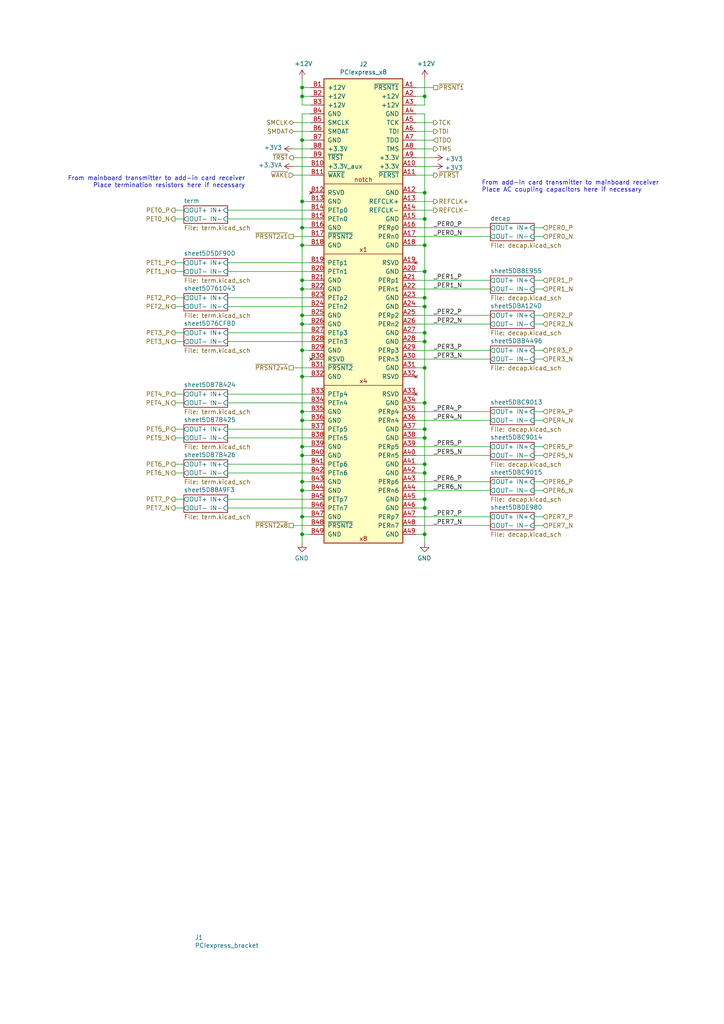
<source format=kicad_sch>
(kicad_sch (version 20250114) (generator "eeschema") (generator_version "9.0")
  (paper "A4" portrait)
  (title_block (title "PCIexpress_x8_half") (company "Author: Luca Anastasio"))
  (lib_symbols
    (symbol "PCIexpress:PCIexpress_bracket" (pin_names (offset 1.016))
      (property "Reference" "J" (at 0 0 0))
      (property "Value" "PCIexpress_bracket" (at 0 0 0))
    )
    (symbol "PCIexpress:PCIexpress_x8" (pin_names (offset 1.016))
      (property "Reference" "J" (at 0 3.81 0))
      (property "Value" "PCIexpress_x8" (at 0 1.27 0))
      (symbol "PCIexpress_x8_0_0"
        (polyline (pts (xy 11.43 -88.9) (xy -11.43 -88.9)))
        (text "x4" (at 0 -87.63 0) (effects (font (size 1.27 1.27))))
        (text "x8" (at 0 -133.35 0) (effects (font (size 1.27 1.27))))
      )
      (symbol "PCIexpress_x8_1_1"
        (rectangle (start 11.43 0) (end -11.43 -134.62) (stroke (width 0.254)) (fill (type background)))
        (polyline (pts (xy 11.43 -30.48) (xy -11.43 -30.48)))
        (polyline (pts (xy 11.43 -50.8) (xy -11.43 -50.8)))
        (text "notch" (at 0 -29.21 0) (effects (font (size 1.27 1.27))))
        (text "x1" (at 0 -49.53 0) (effects (font (size 1.27 1.27))))
        (pin power_out line (at -15.24 -2.54 0) (length 3.81) (name "+12V") (number "B1"))
        (pin power_out line (at -15.24 -5.08 0) (length 3.81) (name "+12V") (number "B2"))
        (pin power_out line (at -15.24 -7.62 0) (length 3.81) (name "+12V") (number "B3"))
        (pin power_out line (at -15.24 -10.16 0) (length 3.81) (name "GND") (number "B4"))
        (pin open_collector line (at -15.24 -12.7 0) (length 3.81) (name "SMCLK") (number "B5"))
        (pin open_collector line (at -15.24 -15.24 0) (length 3.81) (name "SMDAT") (number "B6"))
        (pin power_out line (at -15.24 -17.78 0) (length 3.81) (name "GND") (number "B7"))
        (pin power_out line (at -15.24 -20.32 0) (length 3.81) (name "+3.3V") (number "B8"))
        (pin output line (at -15.24 -22.86 0) (length 3.81) (name "~{TRST}") (number "B9"))
        (pin power_out line (at -15.24 -25.4 0) (length 3.81) (name "+3.3V_aux") (number "B10"))
        (pin open_collector line (at -15.24 -27.94 0) (length 3.81) (name "~{WAKE}") (number "B11"))
        (pin no_connect line (at -15.24 -33.02 0) (length 3.81) (name "RSVD") (number "B12"))
        (pin power_out line (at -15.24 -35.56 0) (length 3.81) (name "GND") (number "B13"))
        (pin output line (at -15.24 -38.1 0) (length 3.81) (name "PETp0") (number "B14"))
        (pin output line (at -15.24 -40.64 0) (length 3.81) (name "PETn0") (number "B15"))
        (pin power_out line (at -15.24 -43.18 0) (length 3.81) (name "GND") (number "B16"))
        (pin passive line (at -15.24 -45.72 0) (length 3.81) (name "~{PRSNT2}") (number "B17"))
        (pin power_out line (at -15.24 -48.26 0) (length 3.81) (name "GND") (number "B18"))
        (pin output line (at -15.24 -53.34 0) (length 3.81) (name "PETp1") (number "B19"))
        (pin output line (at -15.24 -55.88 0) (length 3.81) (name "PETn1") (number "B20"))
        (pin power_out line (at -15.24 -58.42 0) (length 3.81) (name "GND") (number "B21"))
        (pin power_out line (at -15.24 -60.96 0) (length 3.81) (name "GND") (number "B22"))
        (pin output line (at -15.24 -63.5 0) (length 3.81) (name "PETp2") (number "B23"))
        (pin output line (at -15.24 -66.04 0) (length 3.81) (name "PETn2") (number "B24"))
        (pin power_out line (at -15.24 -68.58 0) (length 3.81) (name "GND") (number "B25"))
        (pin power_out line (at -15.24 -71.12 0) (length 3.81) (name "GND") (number "B26"))
        (pin output line (at -15.24 -73.66 0) (length 3.81) (name "PETp3") (number "B27"))
        (pin output line (at -15.24 -76.2 0) (length 3.81) (name "PETn3") (number "B28"))
        (pin power_out line (at -15.24 -78.74 0) (length 3.81) (name "GND") (number "B29"))
        (pin no_connect line (at -15.24 -81.28 0) (length 3.81) (name "RSVD") (number "B30"))
        (pin passive line (at -15.24 -83.82 0) (length 3.81) (name "~{PRSNT2}") (number "B31"))
        (pin power_out line (at -15.24 -86.36 0) (length 3.81) (name "GND") (number "B32"))
        (pin output line (at -15.24 -91.44 0) (length 3.81) (name "PETp4") (number "B33"))
        (pin output line (at -15.24 -93.98 0) (length 3.81) (name "PETn4") (number "B34"))
        (pin power_out line (at -15.24 -96.52 0) (length 3.81) (name "GND") (number "B35"))
        (pin power_out line (at -15.24 -99.06 0) (length 3.81) (name "GND") (number "B36"))
        (pin output line (at -15.24 -101.6 0) (length 3.81) (name "PETp5") (number "B37"))
        (pin output line (at -15.24 -104.14 0) (length 3.81) (name "PETn5") (number "B38"))
        (pin power_out line (at -15.24 -106.68 0) (length 3.81) (name "GND") (number "B39"))
        (pin power_out line (at -15.24 -109.22 0) (length 3.81) (name "GND") (number "B40"))
        (pin output line (at -15.24 -111.76 0) (length 3.81) (name "PETp6") (number "B41"))
        (pin output line (at -15.24 -114.3 0) (length 3.81) (name "PETn6") (number "B42"))
        (pin power_out line (at -15.24 -116.84 0) (length 3.81) (name "GND") (number "B43"))
        (pin power_out line (at -15.24 -119.38 0) (length 3.81) (name "GND") (number "B44"))
        (pin output line (at -15.24 -121.92 0) (length 3.81) (name "PETp7") (number "B45"))
        (pin output line (at -15.24 -124.46 0) (length 3.81) (name "PETn7") (number "B46"))
        (pin power_out line (at -15.24 -127 0) (length 3.81) (name "GND") (number "B47"))
        (pin passive line (at -15.24 -129.54 0) (length 3.81) (name "~{PRSNT2}") (number "B48"))
        (pin power_out line (at -15.24 -132.08 0) (length 3.81) (name "GND") (number "B49"))
        (pin passive line (at 15.24 -2.54 180) (length 3.81) (name "~{PRSNT1}") (number "A1"))
        (pin power_out line (at 15.24 -5.08 180) (length 3.81) (name "+12V") (number "A2"))
        (pin power_out line (at 15.24 -7.62 180) (length 3.81) (name "+12V") (number "A3"))
        (pin power_out line (at 15.24 -10.16 180) (length 3.81) (name "GND") (number "A4"))
        (pin output line (at 15.24 -12.7 180) (length 3.81) (name "TCK") (number "A5"))
        (pin output line (at 15.24 -15.24 180) (length 3.81) (name "TDI") (number "A6"))
        (pin input line (at 15.24 -17.78 180) (length 3.81) (name "TDO") (number "A7"))
        (pin output line (at 15.24 -20.32 180) (length 3.81) (name "TMS") (number "A8"))
        (pin power_out line (at 15.24 -22.86 180) (length 3.81) (name "+3.3V") (number "A9"))
        (pin power_out line (at 15.24 -25.4 180) (length 3.81) (name "+3.3V") (number "A10"))
        (pin output line (at 15.24 -27.94 180) (length 3.81) (name "~{PERST}") (number "A11"))
        (pin power_out line (at 15.24 -33.02 180) (length 3.81) (name "GND") (number "A12"))
        (pin output line (at 15.24 -35.56 180) (length 3.81) (name "REFCLK+") (number "A13"))
        (pin output line (at 15.24 -38.1 180) (length 3.81) (name "REFCLK-") (number "A14"))
        (pin power_out line (at 15.24 -40.64 180) (length 3.81) (name "GND") (number "A15"))
        (pin input line (at 15.24 -43.18 180) (length 3.81) (name "PERp0") (number "A16"))
        (pin input line (at 15.24 -45.72 180) (length 3.81) (name "PERn0") (number "A17"))
        (pin power_out line (at 15.24 -48.26 180) (length 3.81) (name "GND") (number "A18"))
        (pin no_connect line (at 15.24 -53.34 180) (length 3.81) (name "RSVD") (number "A19"))
        (pin power_out line (at 15.24 -55.88 180) (length 3.81) (name "GND") (number "A20"))
        (pin input line (at 15.24 -58.42 180) (length 3.81) (name "PERp1") (number "A21"))
        (pin input line (at 15.24 -60.96 180) (length 3.81) (name "PERn1") (number "A22"))
        (pin power_out line (at 15.24 -63.5 180) (length 3.81) (name "GND") (number "A23"))
        (pin power_out line (at 15.24 -66.04 180) (length 3.81) (name "GND") (number "A24"))
        (pin input line (at 15.24 -68.58 180) (length 3.81) (name "PERp2") (number "A25"))
        (pin input line (at 15.24 -71.12 180) (length 3.81) (name "PERn2") (number "A26"))
        (pin power_out line (at 15.24 -73.66 180) (length 3.81) (name "GND") (number "A27"))
        (pin power_out line (at 15.24 -76.2 180) (length 3.81) (name "GND") (number "A28"))
        (pin input line (at 15.24 -78.74 180) (length 3.81) (name "PERp3") (number "A29"))
        (pin input line (at 15.24 -81.28 180) (length 3.81) (name "PERn3") (number "A30"))
        (pin power_out line (at 15.24 -83.82 180) (length 3.81) (name "GND") (number "A31"))
        (pin no_connect line (at 15.24 -86.36 180) (length 3.81) (name "RSVD") (number "A32"))
        (pin no_connect line (at 15.24 -91.44 180) (length 3.81) (name "RSVD") (number "A33"))
        (pin power_out line (at 15.24 -93.98 180) (length 3.81) (name "GND") (number "A34"))
        (pin input line (at 15.24 -96.52 180) (length 3.81) (name "PERp4") (number "A35"))
        (pin input line (at 15.24 -99.06 180) (length 3.81) (name "PERn4") (number "A36"))
        (pin power_out line (at 15.24 -101.6 180) (length 3.81) (name "GND") (number "A37"))
        (pin power_out line (at 15.24 -104.14 180) (length 3.81) (name "GND") (number "A38"))
        (pin input line (at 15.24 -106.68 180) (length 3.81) (name "PERp5") (number "A39"))
        (pin input line (at 15.24 -109.22 180) (length 3.81) (name "PERn5") (number "A40"))
        (pin power_out line (at 15.24 -111.76 180) (length 3.81) (name "GND") (number "A41"))
        (pin power_out line (at 15.24 -114.3 180) (length 3.81) (name "GND") (number "A42"))
        (pin input line (at 15.24 -116.84 180) (length 3.81) (name "PERp6") (number "A43"))
        (pin input line (at 15.24 -119.38 180) (length 3.81) (name "PERn6") (number "A44"))
        (pin power_out line (at 15.24 -121.92 180) (length 3.81) (name "GND") (number "A45"))
        (pin power_out line (at 15.24 -124.46 180) (length 3.81) (name "GND") (number "A46"))
        (pin input line (at 15.24 -127 180) (length 3.81) (name "PERp7") (number "A47"))
        (pin input line (at 15.24 -129.54 180) (length 3.81) (name "PERn7") (number "A48"))
        (pin power_out line (at 15.24 -132.08 180) (length 3.81) (name "GND") (number "A49"))
      )
    )
    (symbol "PCIexpress_x8_half-rescue:+3.3V-power" (power) (pin_names (offset 0))
      (property "Value" "+3.3V-power" (at 0 3.556 0))
      (symbol "+3.3V-power_0_1"
        (polyline (pts (xy -0.762 1.27) (xy 0 2.54)))
        (polyline (pts (xy 0 2.54) (xy 0.762 1.27)))
        (polyline (pts (xy 0 0) (xy 0 2.54)))
      )
      (symbol "+3.3V-power_1_1"
        (pin power_in line (at 0 0 90) (length 0) (hide yes) (name "+3V3") (number "1"))
      )
    )
    (symbol "power:+12V" (power) (pin_names (offset 0))
      (property "Value" "+12V" (at 0 3.556 0))
      (symbol "+12V_0_1"
        (polyline (pts (xy -0.762 1.27) (xy 0 2.54)))
        (polyline (pts (xy 0 2.54) (xy 0.762 1.27)))
        (polyline (pts (xy 0 0) (xy 0 2.54)))
      )
      (symbol "+12V_1_1"
        (pin power_in line (at 0 0 90) (length 0) (hide yes) (name "+12V") (number "1"))
      )
    )
    (symbol "power:+3.3VA" (power) (pin_names (offset 0))
      (property "Value" "+3.3VA" (at 0 3.556 0))
      (symbol "+3.3VA_0_1"
        (polyline (pts (xy -0.762 1.27) (xy 0 2.54)))
        (polyline (pts (xy 0 2.54) (xy 0.762 1.27)))
        (polyline (pts (xy 0 0) (xy 0 2.54)))
      )
      (symbol "+3.3VA_1_1"
        (pin power_in line (at 0 0 90) (length 0) (hide yes) (name "+3.3VA") (number "1"))
      )
    )
    (symbol "power:GND" (power) (pin_names (offset 0))
      (property "Value" "GND" (at 0 -3.81 0))
      (symbol "GND_0_1"
        (polyline (pts (xy 0 0) (xy 0 -1.27) (xy 1.27 -1.27) (xy 0 -2.54) (xy -1.27 -1.27) (xy 0 -1.27)))
      )
      (symbol "GND_1_1"
        (pin power_in line (at 0 0 270) (length 0) (hide yes) (name "GND") (number "1"))
      )
    )
  )
  (text "From add-in card transmitter to mainboard receiver\nPlace AC coupling capacitors here if necessary" (at 139.7 55.88 0) (effects (font (size 1.27 1.27)) (justify left bottom)))
  (text "From mainboard transmitter to add-in card receiver\nPlace termination resistors here if necessary" (at 71.12 54.61 0) (effects (font (size 1.27 1.27)) (justify right bottom)))
  (junction (at 123.19 116.84))
  (junction (at 87.63 154.94))
  (junction (at 87.63 132.08))
  (junction (at 123.19 124.46))
  (junction (at 87.63 58.42))
  (junction (at 123.19 78.74))
  (junction (at 123.19 55.88))
  (junction (at 123.19 154.94))
  (junction (at 87.63 71.12))
  (junction (at 123.19 27.94))
  (junction (at 87.63 139.7))
  (junction (at 87.63 91.44))
  (junction (at 87.63 66.04))
  (junction (at 123.19 99.06))
  (junction (at 87.63 142.24))
  (junction (at 87.63 149.86))
  (junction (at 123.19 96.52))
  (junction (at 87.63 40.64))
  (junction (at 123.19 144.78))
  (junction (at 123.19 86.36))
  (junction (at 123.19 127))
  (junction (at 87.63 119.38))
  (junction (at 87.63 129.54))
  (junction (at 87.63 81.28))
  (junction (at 123.19 137.16))
  (junction (at 87.63 83.82))
  (junction (at 87.63 121.92))
  (junction (at 87.63 101.6))
  (junction (at 87.63 109.22))
  (junction (at 123.19 88.9))
  (junction (at 123.19 147.32))
  (junction (at 87.63 25.4))
  (junction (at 123.19 63.5))
  (junction (at 123.19 134.62))
  (junction (at 123.19 71.12))
  (junction (at 87.63 93.98))
  (junction (at 87.63 27.94))
  (junction (at 123.19 106.68))
  (wire (pts (xy 120.65 50.8) (xy 125.73 50.8)))
  (wire (pts (xy 120.65 149.86) (xy 142.24 149.86)))
  (wire (pts (xy 123.19 30.48) (xy 123.19 27.94)))
  (wire (pts (xy 87.63 132.08) (xy 87.63 129.54)))
  (wire (pts (xy 90.17 25.4) (xy 87.63 25.4)))
  (wire (pts (xy 87.63 27.94) (xy 87.63 25.4)))
  (wire (pts (xy 87.63 157.48) (xy 87.63 154.94)))
  (wire (pts (xy 120.65 63.5) (xy 123.19 63.5)))
  (wire (pts (xy 120.65 96.52) (xy 123.19 96.52)))
  (wire (pts (xy 123.19 33.02) (xy 120.65 33.02)))
  (wire (pts (xy 90.17 58.42) (xy 87.63 58.42)))
  (wire (pts (xy 123.19 144.78) (xy 123.19 147.32)))
  (wire (pts (xy 154.94 119.38) (xy 157.48 119.38)))
  (wire (pts (xy 90.17 30.48) (xy 87.63 30.48)))
  (wire (pts (xy 85.09 38.1) (xy 90.17 38.1)))
  (wire (pts (xy 123.19 63.5) (xy 123.19 71.12)))
  (wire (pts (xy 50.8 134.62) (xy 53.34 134.62)))
  (wire (pts (xy 90.17 121.92) (xy 87.63 121.92)))
  (wire (pts (xy 66.04 116.84) (xy 90.17 116.84)))
  (wire (pts (xy 120.65 35.56) (xy 125.73 35.56)))
  (wire (pts (xy 85.09 45.72) (xy 90.17 45.72)))
  (wire (pts (xy 50.8 60.96) (xy 53.34 60.96)))
  (wire (pts (xy 50.8 78.74) (xy 53.34 78.74)))
  (wire (pts (xy 120.65 116.84) (xy 123.19 116.84)))
  (wire (pts (xy 154.94 93.98) (xy 157.48 93.98)))
  (wire (pts (xy 66.04 137.16) (xy 90.17 137.16)))
  (wire (pts (xy 87.63 25.4) (xy 87.63 22.86)))
  (wire (pts (xy 123.19 127) (xy 123.19 134.62)))
  (wire (pts (xy 154.94 132.08) (xy 157.48 132.08)))
  (wire (pts (xy 154.94 91.44) (xy 157.48 91.44)))
  (wire (pts (xy 87.63 121.92) (xy 87.63 119.38)))
  (wire (pts (xy 120.65 25.4) (xy 125.73 25.4)))
  (wire (pts (xy 154.94 104.14) (xy 157.48 104.14)))
  (wire (pts (xy 154.94 149.86) (xy 157.48 149.86)))
  (wire (pts (xy 120.65 104.14) (xy 142.24 104.14)))
  (wire (pts (xy 85.09 152.4) (xy 90.17 152.4)))
  (wire (pts (xy 90.17 66.04) (xy 87.63 66.04)))
  (wire (pts (xy 66.04 86.36) (xy 90.17 86.36)))
  (wire (pts (xy 120.65 144.78) (xy 123.19 144.78)))
  (wire (pts (xy 120.65 137.16) (xy 123.19 137.16)))
  (wire (pts (xy 66.04 114.3) (xy 90.17 114.3)))
  (wire (pts (xy 87.63 139.7) (xy 87.63 132.08)))
  (wire (pts (xy 66.04 99.06) (xy 90.17 99.06)))
  (wire (pts (xy 154.94 66.04) (xy 157.48 66.04)))
  (wire (pts (xy 120.65 71.12) (xy 123.19 71.12)))
  (wire (pts (xy 66.04 96.52) (xy 90.17 96.52)))
  (wire (pts (xy 120.65 88.9) (xy 123.19 88.9)))
  (wire (pts (xy 87.63 66.04) (xy 87.63 58.42)))
  (wire (pts (xy 87.63 58.42) (xy 87.63 40.64)))
  (wire (pts (xy 50.8 99.06) (xy 53.34 99.06)))
  (wire (pts (xy 90.17 132.08) (xy 87.63 132.08)))
  (wire (pts (xy 50.8 127) (xy 53.34 127)))
  (wire (pts (xy 85.09 43.18) (xy 90.17 43.18)))
  (wire (pts (xy 123.19 147.32) (xy 123.19 154.94)))
  (wire (pts (xy 50.8 88.9) (xy 53.34 88.9)))
  (wire (pts (xy 123.19 86.36) (xy 123.19 88.9)))
  (wire (pts (xy 120.65 127) (xy 123.19 127)))
  (wire (pts (xy 120.65 152.4) (xy 142.24 152.4)))
  (wire (pts (xy 123.19 27.94) (xy 120.65 27.94)))
  (wire (pts (xy 120.65 45.72) (xy 125.73 45.72)))
  (wire (pts (xy 87.63 83.82) (xy 87.63 81.28)))
  (wire (pts (xy 123.19 22.86) (xy 123.19 27.94)))
  (wire (pts (xy 154.94 83.82) (xy 157.48 83.82)))
  (wire (pts (xy 87.63 154.94) (xy 87.63 149.86)))
  (wire (pts (xy 85.09 50.8) (xy 90.17 50.8)))
  (wire (pts (xy 154.94 139.7) (xy 157.48 139.7)))
  (wire (pts (xy 120.65 68.58) (xy 142.24 68.58)))
  (wire (pts (xy 120.65 58.42) (xy 125.73 58.42)))
  (wire (pts (xy 50.8 86.36) (xy 53.34 86.36)))
  (wire (pts (xy 120.65 124.46) (xy 123.19 124.46)))
  (wire (pts (xy 154.94 129.54) (xy 157.48 129.54)))
  (wire (pts (xy 120.65 101.6) (xy 142.24 101.6)))
  (wire (pts (xy 123.19 134.62) (xy 123.19 137.16)))
  (wire (pts (xy 66.04 144.78) (xy 90.17 144.78)))
  (wire (pts (xy 87.63 119.38) (xy 87.63 109.22)))
  (wire (pts (xy 87.63 33.02) (xy 90.17 33.02)))
  (wire (pts (xy 90.17 81.28) (xy 87.63 81.28)))
  (wire (pts (xy 50.8 96.52) (xy 53.34 96.52)))
  (wire (pts (xy 120.65 99.06) (xy 123.19 99.06)))
  (wire (pts (xy 120.65 86.36) (xy 123.19 86.36)))
  (wire (pts (xy 123.19 55.88) (xy 123.19 63.5)))
  (wire (pts (xy 154.94 81.28) (xy 157.48 81.28)))
  (wire (pts (xy 154.94 121.92) (xy 157.48 121.92)))
  (wire (pts (xy 50.8 144.78) (xy 53.34 144.78)))
  (wire (pts (xy 154.94 68.58) (xy 157.48 68.58)))
  (wire (pts (xy 90.17 93.98) (xy 87.63 93.98)))
  (wire (pts (xy 66.04 60.96) (xy 90.17 60.96)))
  (wire (pts (xy 90.17 83.82) (xy 87.63 83.82)))
  (wire (pts (xy 123.19 116.84) (xy 123.19 124.46)))
  (wire (pts (xy 123.19 88.9) (xy 123.19 96.52)))
  (wire (pts (xy 90.17 129.54) (xy 87.63 129.54)))
  (wire (pts (xy 66.04 127) (xy 90.17 127)))
  (wire (pts (xy 120.65 142.24) (xy 142.24 142.24)))
  (wire (pts (xy 154.94 142.24) (xy 157.48 142.24)))
  (wire (pts (xy 120.65 93.98) (xy 142.24 93.98)))
  (wire (pts (xy 87.63 40.64) (xy 87.63 33.02)))
  (wire (pts (xy 50.8 147.32) (xy 53.34 147.32)))
  (wire (pts (xy 120.65 30.48) (xy 123.19 30.48)))
  (wire (pts (xy 90.17 149.86) (xy 87.63 149.86)))
  (wire (pts (xy 87.63 149.86) (xy 87.63 142.24)))
  (wire (pts (xy 120.65 78.74) (xy 123.19 78.74)))
  (wire (pts (xy 120.65 91.44) (xy 142.24 91.44)))
  (wire (pts (xy 90.17 109.22) (xy 87.63 109.22)))
  (wire (pts (xy 120.65 134.62) (xy 123.19 134.62)))
  (wire (pts (xy 87.63 71.12) (xy 87.63 66.04)))
  (wire (pts (xy 123.19 124.46) (xy 123.19 127)))
  (wire (pts (xy 123.19 71.12) (xy 123.19 78.74)))
  (wire (pts (xy 120.65 48.26) (xy 125.73 48.26)))
  (wire (pts (xy 85.09 106.68) (xy 90.17 106.68)))
  (wire (pts (xy 87.63 109.22) (xy 87.63 101.6)))
  (wire (pts (xy 50.8 124.46) (xy 53.34 124.46)))
  (wire (pts (xy 120.65 119.38) (xy 142.24 119.38)))
  (wire (pts (xy 66.04 76.2) (xy 90.17 76.2)))
  (wire (pts (xy 90.17 142.24) (xy 87.63 142.24)))
  (wire (pts (xy 90.17 40.64) (xy 87.63 40.64)))
  (wire (pts (xy 66.04 78.74) (xy 90.17 78.74)))
  (wire (pts (xy 50.8 114.3) (xy 53.34 114.3)))
  (wire (pts (xy 66.04 134.62) (xy 90.17 134.62)))
  (wire (pts (xy 66.04 124.46) (xy 90.17 124.46)))
  (wire (pts (xy 66.04 147.32) (xy 90.17 147.32)))
  (wire (pts (xy 85.09 48.26) (xy 90.17 48.26)))
  (wire (pts (xy 87.63 81.28) (xy 87.63 71.12)))
  (wire (pts (xy 120.65 38.1) (xy 125.73 38.1)))
  (wire (pts (xy 90.17 68.58) (xy 85.09 68.58)))
  (wire (pts (xy 120.65 106.68) (xy 123.19 106.68)))
  (wire (pts (xy 120.65 83.82) (xy 142.24 83.82)))
  (wire (pts (xy 90.17 71.12) (xy 87.63 71.12)))
  (wire (pts (xy 120.65 132.08) (xy 142.24 132.08)))
  (wire (pts (xy 120.65 154.94) (xy 123.19 154.94)))
  (wire (pts (xy 123.19 157.48) (xy 123.19 154.94)))
  (wire (pts (xy 50.8 63.5) (xy 53.34 63.5)))
  (wire (pts (xy 123.19 137.16) (xy 123.19 144.78)))
  (wire (pts (xy 120.65 66.04) (xy 142.24 66.04)))
  (wire (pts (xy 123.19 33.02) (xy 123.19 55.88)))
  (wire (pts (xy 120.65 81.28) (xy 142.24 81.28)))
  (wire (pts (xy 90.17 119.38) (xy 87.63 119.38)))
  (wire (pts (xy 120.65 139.7) (xy 142.24 139.7)))
  (wire (pts (xy 120.65 55.88) (xy 123.19 55.88)))
  (wire (pts (xy 123.19 78.74) (xy 123.19 86.36)))
  (wire (pts (xy 120.65 43.18) (xy 125.73 43.18)))
  (wire (pts (xy 50.8 137.16) (xy 53.34 137.16)))
  (wire (pts (xy 66.04 63.5) (xy 90.17 63.5)))
  (wire (pts (xy 87.63 27.94) (xy 90.17 27.94)))
  (wire (pts (xy 90.17 154.94) (xy 87.63 154.94)))
  (wire (pts (xy 120.65 60.96) (xy 125.73 60.96)))
  (wire (pts (xy 120.65 147.32) (xy 123.19 147.32)))
  (wire (pts (xy 90.17 101.6) (xy 87.63 101.6)))
  (wire (pts (xy 154.94 152.4) (xy 157.48 152.4)))
  (wire (pts (xy 50.8 116.84) (xy 53.34 116.84)))
  (wire (pts (xy 123.19 96.52) (xy 123.19 99.06)))
  (wire (pts (xy 120.65 129.54) (xy 142.24 129.54)))
  (wire (pts (xy 87.63 93.98) (xy 87.63 91.44)))
  (wire (pts (xy 85.09 35.56) (xy 90.17 35.56)))
  (wire (pts (xy 87.63 30.48) (xy 87.63 27.94)))
  (wire (pts (xy 123.19 106.68) (xy 123.19 116.84)))
  (wire (pts (xy 90.17 139.7) (xy 87.63 139.7)))
  (wire (pts (xy 66.04 88.9) (xy 90.17 88.9)))
  (wire (pts (xy 123.19 99.06) (xy 123.19 106.68)))
  (wire (pts (xy 90.17 91.44) (xy 87.63 91.44)))
  (wire (pts (xy 87.63 91.44) (xy 87.63 83.82)))
  (wire (pts (xy 154.94 101.6) (xy 157.48 101.6)))
  (wire (pts (xy 87.63 129.54) (xy 87.63 121.92)))
  (wire (pts (xy 120.65 40.64) (xy 125.73 40.64)))
  (wire (pts (xy 87.63 101.6) (xy 87.63 93.98)))
  (wire (pts (xy 50.8 76.2) (xy 53.34 76.2)))
  (wire (pts (xy 87.63 142.24) (xy 87.63 139.7)))
  (wire (pts (xy 120.65 121.92) (xy 142.24 121.92)))
  (label "_PER5_N" (at 125.73 132.08 0))
  (label "_PER6_P" (at 125.73 139.7 0))
  (label "_PER2_N" (at 125.73 93.98 0))
  (label "_PER7_N" (at 125.73 152.4 0))
  (label "_PER0_N" (at 125.73 68.58 0))
  (label "_PER6_N" (at 125.73 142.24 0))
  (label "_PER1_P" (at 125.73 81.28 0))
  (label "_PER0_P" (at 125.73 66.04 0))
  (label "_PER3_P" (at 125.73 101.6 0))
  (label "_PER5_P" (at 125.73 129.54 0))
  (label "_PER7_P" (at 125.73 149.86 0))
  (label "_PER2_P" (at 125.73 91.44 0))
  (label "_PER1_N" (at 125.73 83.82 0))
  (label "_PER4_P" (at 125.73 119.38 0))
  (label "_PER3_N" (at 125.73 104.14 0))
  (label "_PER4_N" (at 125.73 121.92 0))
  (hierarchical_label "PET7_N" (shape output) (at 50.8 147.32 180))
  (hierarchical_label "PER0_N" (shape input) (at 157.48 68.58 0))
  (hierarchical_label "PER3_N" (shape input) (at 157.48 104.14 0))
  (hierarchical_label "TCK" (shape output) (at 125.73 35.56 0))
  (hierarchical_label "PER3_P" (shape input) (at 157.48 101.6 0))
  (hierarchical_label "~{TRST}" (shape output) (at 85.09 45.72 180))
  (hierarchical_label "TMS" (shape output) (at 125.73 43.18 0))
  (hierarchical_label "REFCLK+" (shape output) (at 125.73 58.42 0))
  (hierarchical_label "PET7_P" (shape output) (at 50.8 144.78 180))
  (hierarchical_label "PET1_P" (shape output) (at 50.8 76.2 180))
  (hierarchical_label "PET0_N" (shape output) (at 50.8 63.5 180))
  (hierarchical_label "PER6_N" (shape input) (at 157.48 142.24 0))
  (hierarchical_label "PET3_P" (shape output) (at 50.8 96.52 180))
  (hierarchical_label "PET5_P" (shape output) (at 50.8 124.46 180))
  (hierarchical_label "TDO" (shape input) (at 125.73 40.64 0))
  (hierarchical_label "TDI" (shape output) (at 125.73 38.1 0))
  (hierarchical_label "REFCLK-" (shape output) (at 125.73 60.96 0))
  (hierarchical_label "PER5_N" (shape input) (at 157.48 132.08 0))
  (hierarchical_label "PET4_N" (shape output) (at 50.8 116.84 180))
  (hierarchical_label "~{PRSNT2x4}" (shape passive) (at 85.09 106.68 180))
  (hierarchical_label "PET4_P" (shape output) (at 50.8 114.3 180))
  (hierarchical_label "PER4_N" (shape input) (at 157.48 121.92 0))
  (hierarchical_label "PER1_P" (shape input) (at 157.48 81.28 0))
  (hierarchical_label "~{PRSNT2x1}" (shape passive) (at 85.09 68.58 180))
  (hierarchical_label "SMDAT" (shape bidirectional) (at 85.09 38.1 180))
  (hierarchical_label "PET3_N" (shape output) (at 50.8 99.06 180))
  (hierarchical_label "PET0_P" (shape output) (at 50.8 60.96 180))
  (hierarchical_label "PER7_N" (shape input) (at 157.48 152.4 0))
  (hierarchical_label "PET2_P" (shape output) (at 50.8 86.36 180))
  (hierarchical_label "PET6_P" (shape output) (at 50.8 134.62 180))
  (hierarchical_label "~{PERST}" (shape output) (at 125.73 50.8 0))
  (hierarchical_label "PER6_P" (shape input) (at 157.48 139.7 0))
  (hierarchical_label "PET5_N" (shape output) (at 50.8 127 180))
  (hierarchical_label "PER0_P" (shape input) (at 157.48 66.04 0))
  (hierarchical_label "~{PRSNT2x8}" (shape passive) (at 85.09 152.4 180))
  (hierarchical_label "PER2_N" (shape input) (at 157.48 93.98 0))
  (hierarchical_label "~{WAKE}" (shape input) (at 85.09 50.8 180))
  (hierarchical_label "PER1_N" (shape input) (at 157.48 83.82 0))
  (hierarchical_label "PET6_N" (shape output) (at 50.8 137.16 180))
  (hierarchical_label "PER2_P" (shape input) (at 157.48 91.44 0))
  (hierarchical_label "PET1_N" (shape output) (at 50.8 78.74 180))
  (hierarchical_label "PET2_N" (shape output) (at 50.8 88.9 180))
  (hierarchical_label "PER7_P" (shape input) (at 157.48 149.86 0))
  (hierarchical_label "PER5_P" (shape input) (at 157.48 129.54 0))
  (hierarchical_label "PER4_P" (shape input) (at 157.48 119.38 0))
  (hierarchical_label "SMCLK" (shape bidirectional) (at 85.09 35.56 180))
  (hierarchical_label "~{PRSNT1}" (shape passive) (at 125.73 25.4 0))
  (symbol (lib_id "PCIexpress:PCIexpress_bracket") (at 55.88 273.05 0) (unit 1)
    (property "Reference" "J1" (at 56.515 271.8816 0) (effects (justify left)))
    (property "Value" "PCIexpress_bracket" (at 56.515 274.193 0) (effects (justify left)))
    (property "Footprint" "PCIexpress:PCIexpress_bracket_full" (effects (hide yes)))
  )
  (symbol (lib_id "power:GND") (at 87.63 157.48 0) (mirror y) (unit 1)
    (property "Reference" "#PWR0101" (effects (hide yes)))
    (property "Value" "GND" (at 87.503 161.8742 0))
  )
  (symbol (lib_id "power:GND") (at 123.19 157.48 0) (mirror y) (unit 1)
    (property "Reference" "#PWR0102" (effects (hide yes)))
    (property "Value" "GND" (at 123.063 161.8742 0))
  )
  (symbol (lib_id "PCIexpress_x8_half-rescue:+3.3V-power") (at 85.09 43.18 90) (unit 1)
    (property "Reference" "#PWR0103" (effects (hide yes)))
    (property "Value" "+3V3" (at 81.8388 42.799 90) (effects (justify left)))
  )
  (symbol (lib_id "PCIexpress_x8_half-rescue:+3.3V-power") (at 125.73 45.72 270) (unit 1)
    (property "Reference" "#PWR0104" (effects (hide yes)))
    (property "Value" "+3V3" (at 128.9812 46.101 90) (effects (justify left)))
  )
  (symbol (lib_id "PCIexpress_x8_half-rescue:+3.3V-power") (at 125.73 48.26 270) (unit 1)
    (property "Reference" "#PWR0105" (effects (hide yes)))
    (property "Value" "+3V3" (at 128.9812 48.641 90) (effects (justify left)))
  )
  (symbol (lib_id "power:+3.3VA") (at 85.09 48.26 90) (unit 1)
    (property "Reference" "#PWR0106" (effects (hide yes)))
    (property "Value" "+3.3VA" (at 81.8642 47.879 90) (effects (justify left)))
  )
  (symbol (lib_id "power:+12V") (at 87.63 22.86 0) (unit 1)
    (property "Reference" "#PWR0107" (effects (hide yes)))
    (property "Value" "+12V" (at 88.011 18.4658 0))
  )
  (symbol (lib_id "power:+12V") (at 123.19 22.86 0) (unit 1)
    (property "Reference" "#PWR0108" (effects (hide yes)))
    (property "Value" "+12V" (at 123.571 18.4658 0))
  )
  (symbol (lib_id "PCIexpress:PCIexpress_x8") (at 105.41 22.86 0) (unit 1)
    (property "Reference" "J2" (at 105.41 18.6182 0))
    (property "Value" "PCIexpress_x8" (at 105.41 20.9296 0))
    (property "Footprint" "PCIexpress:PCIexpress_x8" (effects (hide yes)))
  )
  (sheet (at 53.34 59.69) (size 12.7 5.08)
    (property "Sheetname" "term" (at 53.34 58.9784 0) (effects (justify left bottom)))
    (property "Sheetfile" "term.kicad_sch" (at 53.34 65.3546 0) (effects (justify left top)))
    (pin "IN+" input (at 66.04 60.96 0))
    (pin "IN-" input (at 66.04 63.5 0))
    (pin "OUT+" output (at 53.34 60.96 180))
    (pin "OUT-" output (at 53.34 63.5 180))
  )
  (sheet (at 53.34 74.93) (size 12.7 5.08)
    (property "Sheetname" "sheet5D5DF900" (at 53.34 74.2184 0) (effects (justify left bottom)))
    (property "Sheetfile" "term.kicad_sch" (at 53.34 80.5946 0) (effects (justify left top)))
    (pin "IN+" input (at 66.04 76.2 0))
    (pin "IN-" input (at 66.04 78.74 0))
    (pin "OUT+" output (at 53.34 76.2 180))
    (pin "OUT-" output (at 53.34 78.74 180))
  )
  (sheet (at 53.34 85.09) (size 12.7 5.08)
    (property "Sheetname" "sheet5D761043" (at 53.34 84.3784 0) (effects (justify left bottom)))
    (property "Sheetfile" "term.kicad_sch" (at 53.34 90.7546 0) (effects (justify left top)))
    (pin "IN+" input (at 66.04 86.36 0))
    (pin "IN-" input (at 66.04 88.9 0))
    (pin "OUT+" output (at 53.34 86.36 180))
    (pin "OUT-" output (at 53.34 88.9 180))
  )
  (sheet (at 53.34 95.25) (size 12.7 5.08)
    (property "Sheetname" "sheet5D76CFBD" (at 53.34 94.5384 0) (effects (justify left bottom)))
    (property "Sheetfile" "term.kicad_sch" (at 53.34 100.9146 0) (effects (justify left top)))
    (pin "IN+" input (at 66.04 96.52 0))
    (pin "IN-" input (at 66.04 99.06 0))
    (pin "OUT+" output (at 53.34 96.52 180))
    (pin "OUT-" output (at 53.34 99.06 180))
  )
  (sheet (at 53.34 113.03) (size 12.7 5.08)
    (property "Sheetname" "sheet5D87B424" (at 53.34 112.3184 0) (effects (justify left bottom)))
    (property "Sheetfile" "term.kicad_sch" (at 53.34 118.6946 0) (effects (justify left top)))
    (pin "IN+" input (at 66.04 114.3 0))
    (pin "IN-" input (at 66.04 116.84 0))
    (pin "OUT+" output (at 53.34 114.3 180))
    (pin "OUT-" output (at 53.34 116.84 180))
  )
  (sheet (at 53.34 123.19) (size 12.7 5.08)
    (property "Sheetname" "sheet5D87B425" (at 53.34 122.4784 0) (effects (justify left bottom)))
    (property "Sheetfile" "term.kicad_sch" (at 53.34 128.8546 0) (effects (justify left top)))
    (pin "IN+" input (at 66.04 124.46 0))
    (pin "IN-" input (at 66.04 127 0))
    (pin "OUT+" output (at 53.34 124.46 180))
    (pin "OUT-" output (at 53.34 127 180))
  )
  (sheet (at 53.34 133.35) (size 12.7 5.08)
    (property "Sheetname" "sheet5D87B426" (at 53.34 132.6384 0) (effects (justify left bottom)))
    (property "Sheetfile" "term.kicad_sch" (at 53.34 139.0146 0) (effects (justify left top)))
    (pin "IN+" input (at 66.04 134.62 0))
    (pin "IN-" input (at 66.04 137.16 0))
    (pin "OUT+" output (at 53.34 134.62 180))
    (pin "OUT-" output (at 53.34 137.16 180))
  )
  (sheet (at 53.34 143.51) (size 12.7 5.08)
    (property "Sheetname" "sheet5D88A9F3" (at 53.34 142.7984 0) (effects (justify left bottom)))
    (property "Sheetfile" "term.kicad_sch" (at 53.34 149.1746 0) (effects (justify left top)))
    (pin "IN+" input (at 66.04 144.78 0))
    (pin "IN-" input (at 66.04 147.32 0))
    (pin "OUT+" output (at 53.34 144.78 180))
    (pin "OUT-" output (at 53.34 147.32 180))
  )
  (sheet (at 142.24 64.77) (size 12.7 5.08)
    (property "Sheetname" "decap" (at 142.24 64.0584 0) (effects (justify left bottom)))
    (property "Sheetfile" "decap.kicad_sch" (at 142.24 70.4346 0) (effects (justify left top)))
    (pin "IN+" input (at 154.94 66.04 0))
    (pin "OUT+" output (at 142.24 66.04 180))
    (pin "OUT-" output (at 142.24 68.58 180))
    (pin "IN-" input (at 154.94 68.58 0))
  )
  (sheet (at 142.24 80.01) (size 12.7 5.08)
    (property "Sheetname" "sheet5DB8E955" (at 142.24 79.2984 0) (effects (justify left bottom)))
    (property "Sheetfile" "decap.kicad_sch" (at 142.24 85.6746 0) (effects (justify left top)))
    (pin "IN+" input (at 154.94 81.28 0))
    (pin "OUT+" output (at 142.24 81.28 180))
    (pin "OUT-" output (at 142.24 83.82 180))
    (pin "IN-" input (at 154.94 83.82 0))
  )
  (sheet (at 142.24 90.17) (size 12.7 5.08)
    (property "Sheetname" "sheet5DBA124D" (at 142.24 89.4584 0) (effects (justify left bottom)))
    (property "Sheetfile" "decap.kicad_sch" (at 142.24 95.8346 0) (effects (justify left top)))
    (pin "IN+" input (at 154.94 91.44 0))
    (pin "OUT+" output (at 142.24 91.44 180))
    (pin "OUT-" output (at 142.24 93.98 180))
    (pin "IN-" input (at 154.94 93.98 0))
  )
  (sheet (at 142.24 100.33) (size 12.7 5.08)
    (property "Sheetname" "sheet5DBB4496" (at 142.24 99.6184 0) (effects (justify left bottom)))
    (property "Sheetfile" "decap.kicad_sch" (at 142.24 105.9946 0) (effects (justify left top)))
    (pin "IN+" input (at 154.94 101.6 0))
    (pin "OUT+" output (at 142.24 101.6 180))
    (pin "OUT-" output (at 142.24 104.14 180))
    (pin "IN-" input (at 154.94 104.14 0))
  )
  (sheet (at 142.24 118.11) (size 12.7 5.08)
    (property "Sheetname" "sheet5DBC9013" (at 142.24 117.3984 0) (effects (justify left bottom)))
    (property "Sheetfile" "decap.kicad_sch" (at 142.24 123.7746 0) (effects (justify left top)))
    (pin "IN+" input (at 154.94 119.38 0))
    (pin "OUT+" output (at 142.24 119.38 180))
    (pin "OUT-" output (at 142.24 121.92 180))
    (pin "IN-" input (at 154.94 121.92 0))
  )
  (sheet (at 142.24 128.27) (size 12.7 5.08)
    (property "Sheetname" "sheet5DBC9014" (at 142.24 127.5584 0) (effects (justify left bottom)))
    (property "Sheetfile" "decap.kicad_sch" (at 142.24 133.9346 0) (effects (justify left top)))
    (pin "IN+" input (at 154.94 129.54 0))
    (pin "OUT+" output (at 142.24 129.54 180))
    (pin "OUT-" output (at 142.24 132.08 180))
    (pin "IN-" input (at 154.94 132.08 0))
  )
  (sheet (at 142.24 138.43) (size 12.7 5.08)
    (property "Sheetname" "sheet5DBC9015" (at 142.24 137.7184 0) (effects (justify left bottom)))
    (property "Sheetfile" "decap.kicad_sch" (at 142.24 144.0946 0) (effects (justify left top)))
    (pin "IN+" input (at 154.94 139.7 0))
    (pin "OUT+" output (at 142.24 139.7 180))
    (pin "OUT-" output (at 142.24 142.24 180))
    (pin "IN-" input (at 154.94 142.24 0))
  )
  (sheet (at 142.24 148.59) (size 12.7 5.08)
    (property "Sheetname" "sheet5DBDE980" (at 142.24 147.8784 0) (effects (justify left bottom)))
    (property "Sheetfile" "decap.kicad_sch" (at 142.24 154.2546 0) (effects (justify left top)))
    (pin "IN+" input (at 154.94 149.86 0))
    (pin "OUT+" output (at 142.24 149.86 180))
    (pin "OUT-" output (at 142.24 152.4 180))
    (pin "IN-" input (at 154.94 152.4 0))
  )
)
</source>
